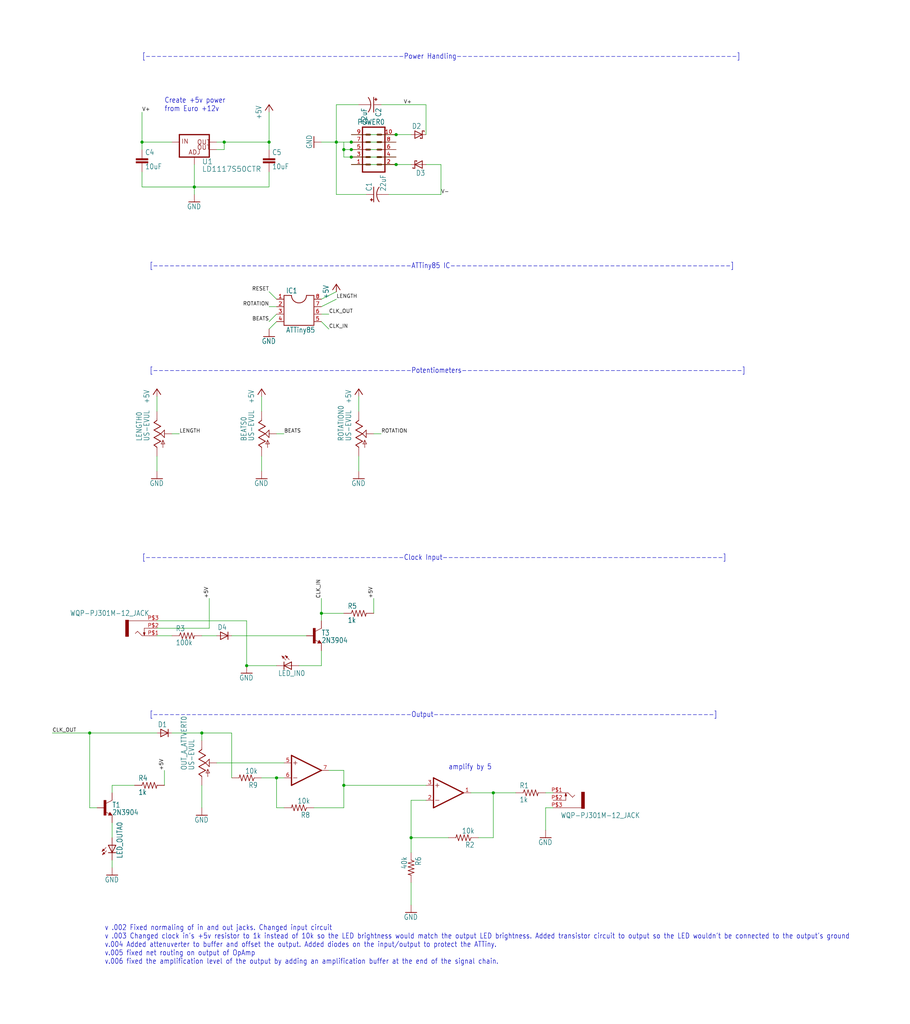
<source format=kicad_sch>
(kicad_sch (version 20230121) (generator eeschema)
  (paper "User" 309.245 347.701)
  (lib_symbols
    (symbol "Simple Euclidean PCB v4-eagle-import:+5V" (power)
      (property "Value" "+5V" (at -2.54 -5.08 90))
      (symbol "+5V_1_0"
        (polyline (pts (xy 0 0) (xy -1.27 -1.905)) (stroke (width 0.254)))
        (polyline (pts (xy 1.27 -1.905) (xy 0 0)) (stroke (width 0.254)))
        (pin power_in line (at 0 -2.54 90) (length 2.54) (name "+5V") (number "1"))
      )
    )
    (symbol "Simple Euclidean PCB v4-eagle-import:2N3904"
      (property "Reference" "T" (at -10.16 7.62 0))
      (symbol "2N3904_1_0"
        (rectangle (start -0.254 -2.54) (end 0.508 2.54) (fill (type outline)))
        (polyline (pts (xy 1.27 -2.54) (xy 1.778 -1.524)) (stroke (width 0.1524)))
        (polyline (pts (xy 1.524 -2.413) (xy 2.286 -2.413)) (stroke (width 0.254)))
        (polyline (pts (xy 1.524 -2.286) (xy 1.905 -2.286)) (stroke (width 0.254)))
        (polyline (pts (xy 1.54 -2.04) (xy 0.308 -1.424)) (stroke (width 0.1524)))
        (polyline (pts (xy 1.778 -1.778) (xy 1.524 -2.286)) (stroke (width 0.254)))
        (polyline (pts (xy 1.778 -1.524) (xy 2.54 -2.54)) (stroke (width 0.1524)))
        (polyline (pts (xy 1.905 -2.286) (xy 1.778 -2.032)) (stroke (width 0.254)))
        (polyline (pts (xy 2.286 -2.413) (xy 1.778 -1.778)) (stroke (width 0.254)))
        (polyline (pts (xy 2.54 -2.54) (xy 1.27 -2.54)) (stroke (width 0.1524)))
        (polyline (pts (xy 2.54 2.54) (xy 0.508 1.524)) (stroke (width 0.1524)))
        (pin passive line (at 2.54 5.08 270) (length 2.54) (name "C") (number "1"))
        (pin passive line (at -2.54 0 0) (length 2.54) (name "B") (number "2"))
        (pin passive line (at 2.54 -5.08 90) (length 2.54) (name "E") (number "3"))
      )
    )
    (symbol "Simple Euclidean PCB v4-eagle-import:C5/2.5"
      (property "Reference" "C" (at 1.524 0.381 0))
      (symbol "C5/2.5_1_0"
        (rectangle (start -2.032 -2.032) (end 2.032 -1.524) (fill (type outline)))
        (rectangle (start -2.032 -1.016) (end 2.032 -0.508) (fill (type outline)))
        (polyline (pts (xy 0 -2.54) (xy 0 -2.032)) (stroke (width 0.1524)))
        (polyline (pts (xy 0 0) (xy 0 -0.508)) (stroke (width 0.1524)))
        (pin passive line (at 0 2.54 270) (length 2.54) (name "1") (number "1"))
        (pin passive line (at 0 -5.08 90) (length 2.54) (name "2") (number "2"))
      )
    )
    (symbol "Simple Euclidean PCB v4-eagle-import:CPOL-USE2.5-5"
      (property "Reference" "C" (at 1.016 0.635 0))
      (symbol "CPOL-USE2.5-5_1_0"
        (rectangle (start -2.253 0.668) (end -1.364 0.795) (fill (type outline)))
        (rectangle (start -1.872 0.287) (end -1.745 1.176) (fill (type outline)))
        (arc (start 0 -1.0161) (mid -1.3021 -1.2303) (end -2.4669 -1.8504) (stroke (width 0.254)))
        (polyline (pts (xy -2.54 0) (xy 2.54 0)) (stroke (width 0.254)))
        (polyline (pts (xy 0 -1.016) (xy 0 -2.54)) (stroke (width 0.1524)))
        (arc (start 2.4892 -1.8541) (mid 1.3158 -1.2194) (end 0 -1) (stroke (width 0.254)))
        (pin passive line (at 0 2.54 270) (length 2.54) (name "+") (number "+"))
        (pin passive line (at 0 -5.08 90) (length 2.54) (name "-") (number "-"))
      )
    )
    (symbol "Simple Euclidean PCB v4-eagle-import:DIL8"
      (property "Reference" "IC" (at -4.445 4.445 0))
      (symbol "DIL8_1_0"
        (arc (start -2.54 3.81) (mid 0 1.281) (end 2.54 3.81) (stroke (width 0.254)))
        (polyline (pts (xy -5.08 -6.35) (xy 5.08 -6.35)) (stroke (width 0.254)))
        (polyline (pts (xy -5.08 3.81) (xy -5.08 -6.35)) (stroke (width 0.254)))
        (polyline (pts (xy -5.08 3.81) (xy -2.54 3.81)) (stroke (width 0.254)))
        (polyline (pts (xy 5.08 -6.35) (xy 5.08 3.81)) (stroke (width 0.254)))
        (polyline (pts (xy 5.08 3.81) (xy 2.54 3.81)) (stroke (width 0.254)))
        (pin passive line (at -7.62 2.54 0) (length 2.54) (name "1") (number "1"))
        (pin passive line (at -7.62 0 0) (length 2.54) (name "2") (number "2"))
        (pin passive line (at -7.62 -2.54 0) (length 2.54) (name "3") (number "3"))
        (pin passive line (at -7.62 -5.08 0) (length 2.54) (name "4") (number "4"))
        (pin passive line (at 7.62 -5.08 180) (length 2.54) (name "5") (number "5"))
        (pin passive line (at 7.62 -2.54 180) (length 2.54) (name "6") (number "6"))
        (pin passive line (at 7.62 0 180) (length 2.54) (name "7") (number "7"))
        (pin passive line (at 7.62 2.54 180) (length 2.54) (name "8") (number "8"))
      )
    )
    (symbol "Simple Euclidean PCB v4-eagle-import:GND" (power)
      (property "Value" "GND" (at -2.54 -2.54 0))
      (symbol "GND_1_0"
        (polyline (pts (xy -1.905 0) (xy 1.905 0)) (stroke (width 0.254)))
        (pin power_in line (at 0 2.54 270) (length 2.54) (name "GND") (number "1"))
      )
    )
    (symbol "Simple Euclidean PCB v4-eagle-import:LED3MM"
      (property "Reference" "LED" (at 3.556 -4.572 90))
      (symbol "LED3MM_1_0"
        (polyline (pts (xy -2.032 -0.762) (xy -3.429 -2.159)) (stroke (width 0.1524)))
        (polyline (pts (xy -1.905 -1.905) (xy -3.302 -3.302)) (stroke (width 0.1524)))
        (polyline (pts (xy 0 -2.54) (xy -1.27 -2.54)) (stroke (width 0.254)))
        (polyline (pts (xy 0 -2.54) (xy -1.27 0)) (stroke (width 0.254)))
        (polyline (pts (xy 0 0) (xy -1.27 0)) (stroke (width 0.254)))
        (polyline (pts (xy 0 0) (xy 0 -2.54)) (stroke (width 0.1524)))
        (polyline (pts (xy 1.27 -2.54) (xy 0 -2.54)) (stroke (width 0.254)))
        (polyline (pts (xy 1.27 0) (xy 0 -2.54)) (stroke (width 0.254)))
        (polyline (pts (xy 1.27 0) (xy 0 0)) (stroke (width 0.254)))
        (polyline (pts (xy -3.429 -2.159) (xy -3.048 -1.27) (xy -2.54 -1.778)) (stroke (width 0.1524)) (fill (type outline)))
        (polyline (pts (xy -3.302 -3.302) (xy -2.921 -2.413) (xy -2.413 -2.921)) (stroke (width 0.1524)) (fill (type outline)))
        (pin passive line (at 0 2.54 270) (length 2.54) (name "A") (number "A"))
        (pin passive line (at 0 -5.08 90) (length 2.54) (name "C") (number "K"))
      )
    )
    (symbol "Simple Euclidean PCB v4-eagle-import:MA05-2"
      (property "Reference" "SV" (at -3.81 8.382 0))
      (symbol "MA05-2_1_0"
        (polyline (pts (xy -3.81 7.62) (xy -3.81 -7.62)) (stroke (width 0.4064)))
        (polyline (pts (xy -3.81 7.62) (xy 3.81 7.62)) (stroke (width 0.4064)))
        (polyline (pts (xy -2.54 -5.08) (xy -1.27 -5.08)) (stroke (width 0.6096)))
        (polyline (pts (xy -2.54 -2.54) (xy -1.27 -2.54)) (stroke (width 0.6096)))
        (polyline (pts (xy -2.54 0) (xy -1.27 0)) (stroke (width 0.6096)))
        (polyline (pts (xy -2.54 2.54) (xy -1.27 2.54)) (stroke (width 0.6096)))
        (polyline (pts (xy -2.54 5.08) (xy -1.27 5.08)) (stroke (width 0.6096)))
        (polyline (pts (xy 1.27 -5.08) (xy 2.54 -5.08)) (stroke (width 0.6096)))
        (polyline (pts (xy 1.27 -2.54) (xy 2.54 -2.54)) (stroke (width 0.6096)))
        (polyline (pts (xy 1.27 0) (xy 2.54 0)) (stroke (width 0.6096)))
        (polyline (pts (xy 1.27 2.54) (xy 2.54 2.54)) (stroke (width 0.6096)))
        (polyline (pts (xy 1.27 5.08) (xy 2.54 5.08)) (stroke (width 0.6096)))
        (polyline (pts (xy 3.81 -7.62) (xy -3.81 -7.62)) (stroke (width 0.4064)))
        (polyline (pts (xy 3.81 -7.62) (xy 3.81 7.62)) (stroke (width 0.4064)))
        (pin passive line (at 7.62 -5.08 180) (length 5.08) (name "1") (number "1"))
        (pin passive line (at -7.62 5.08 0) (length 5.08) (name "10") (number "10"))
        (pin passive line (at -7.62 -5.08 0) (length 5.08) (name "2") (number "2"))
        (pin passive line (at 7.62 -2.54 180) (length 5.08) (name "3") (number "3"))
        (pin passive line (at -7.62 -2.54 0) (length 5.08) (name "4") (number "4"))
        (pin passive line (at 7.62 0 180) (length 5.08) (name "5") (number "5"))
        (pin passive line (at -7.62 0 0) (length 5.08) (name "6") (number "6"))
        (pin passive line (at 7.62 2.54 180) (length 5.08) (name "7") (number "7"))
        (pin passive line (at -7.62 2.54 0) (length 5.08) (name "8") (number "8"))
        (pin passive line (at 7.62 5.08 180) (length 5.08) (name "9") (number "9"))
      )
    )
    (symbol "Simple Euclidean PCB v4-eagle-import:R-US_0204/7"
      (property "Reference" "R" (at -3.81 1.4986 0))
      (symbol "R-US_0204/7_1_0"
        (polyline (pts (xy -2.54 0) (xy -2.159 1.016)) (stroke (width 0.2032)))
        (polyline (pts (xy -2.159 1.016) (xy -1.524 -1.016)) (stroke (width 0.2032)))
        (polyline (pts (xy -1.524 -1.016) (xy -0.889 1.016)) (stroke (width 0.2032)))
        (polyline (pts (xy -0.889 1.016) (xy -0.254 -1.016)) (stroke (width 0.2032)))
        (polyline (pts (xy -0.254 -1.016) (xy 0.381 1.016)) (stroke (width 0.2032)))
        (polyline (pts (xy 0.381 1.016) (xy 1.016 -1.016)) (stroke (width 0.2032)))
        (polyline (pts (xy 1.016 -1.016) (xy 1.651 1.016)) (stroke (width 0.2032)))
        (polyline (pts (xy 1.651 1.016) (xy 2.286 -1.016)) (stroke (width 0.2032)))
        (polyline (pts (xy 2.286 -1.016) (xy 2.54 0)) (stroke (width 0.2032)))
        (pin passive line (at -5.08 0 0) (length 2.54) (name "1") (number "1"))
        (pin passive line (at 5.08 0 180) (length 2.54) (name "2") (number "2"))
      )
    )
    (symbol "Simple Euclidean PCB v4-eagle-import:SCHOTTKY-DIODEDO41"
      (property "Reference" "D" (at -2.286 1.905 0))
      (symbol "SCHOTTKY-DIODEDO41_1_0"
        (polyline (pts (xy -1.27 -1.27) (xy 1.27 0)) (stroke (width 0.254)))
        (polyline (pts (xy -1.27 1.27) (xy -1.27 -1.27)) (stroke (width 0.254)))
        (polyline (pts (xy 0.635 -1.016) (xy 0.635 -1.27)) (stroke (width 0.254)))
        (polyline (pts (xy 1.27 -1.27) (xy 0.635 -1.27)) (stroke (width 0.254)))
        (polyline (pts (xy 1.27 0) (xy -1.27 1.27)) (stroke (width 0.254)))
        (polyline (pts (xy 1.27 0) (xy 1.27 -1.27)) (stroke (width 0.254)))
        (polyline (pts (xy 1.27 1.27) (xy 1.27 0)) (stroke (width 0.254)))
        (polyline (pts (xy 1.905 1.27) (xy 1.27 1.27)) (stroke (width 0.254)))
        (polyline (pts (xy 1.905 1.27) (xy 1.905 1.016)) (stroke (width 0.254)))
        (pin passive line (at -2.54 0 0) (length 2.54) (name "A") (number "A"))
        (pin passive line (at 2.54 0 180) (length 2.54) (name "C") (number "C"))
      )
    )
    (symbol "Simple Euclidean PCB v4-eagle-import:SMALL_DIODEDO35-7"
      (property "Reference" "D" (at 2.54 0.4826 0))
      (symbol "SMALL_DIODEDO35-7_1_0"
        (polyline (pts (xy -1.27 -1.27) (xy 1.27 0)) (stroke (width 0.254)))
        (polyline (pts (xy -1.27 1.27) (xy -1.27 -1.27)) (stroke (width 0.254)))
        (polyline (pts (xy 1.27 0) (xy -1.27 1.27)) (stroke (width 0.254)))
        (polyline (pts (xy 1.27 0) (xy 1.27 -1.27)) (stroke (width 0.254)))
        (polyline (pts (xy 1.27 1.27) (xy 1.27 0)) (stroke (width 0.254)))
        (pin passive line (at -2.54 0 0) (length 2.54) (name "A") (number "A"))
        (pin passive line (at 2.54 0 180) (length 2.54) (name "C") (number "C"))
      )
    )
    (symbol "Simple Euclidean PCB v4-eagle-import:TL072"
      (symbol "TL072_1_0"
        (polyline (pts (xy -5.08 -5.08) (xy 5.08 0)) (stroke (width 0.4064)))
        (polyline (pts (xy -5.08 5.08) (xy -5.08 -5.08)) (stroke (width 0.4064)))
        (polyline (pts (xy -4.445 -2.54) (xy -3.175 -2.54)) (stroke (width 0.1524)))
        (polyline (pts (xy -4.445 2.54) (xy -3.175 2.54)) (stroke (width 0.1524)))
        (polyline (pts (xy -3.81 3.175) (xy -3.81 1.905)) (stroke (width 0.1524)))
        (polyline (pts (xy 5.08 0) (xy -5.08 5.08)) (stroke (width 0.4064)))
        (pin output line (at 7.62 0 180) (length 2.54) (name "OUT") (number "1"))
        (pin input line (at -7.62 -2.54 0) (length 2.54) (name "-IN") (number "2"))
        (pin input line (at -7.62 2.54 0) (length 2.54) (name "+IN") (number "3"))
      )
      (symbol "TL072_2_0"
        (polyline (pts (xy -5.08 -5.08) (xy 5.08 0)) (stroke (width 0.4064)))
        (polyline (pts (xy -5.08 5.08) (xy -5.08 -5.08)) (stroke (width 0.4064)))
        (polyline (pts (xy -4.445 -2.54) (xy -3.175 -2.54)) (stroke (width 0.1524)))
        (polyline (pts (xy -4.445 2.54) (xy -3.175 2.54)) (stroke (width 0.1524)))
        (polyline (pts (xy -3.81 3.175) (xy -3.81 1.905)) (stroke (width 0.1524)))
        (polyline (pts (xy 5.08 0) (xy -5.08 5.08)) (stroke (width 0.4064)))
        (pin input line (at -7.62 2.54 0) (length 2.54) (name "+IN") (number "5"))
        (pin input line (at -7.62 -2.54 0) (length 2.54) (name "-IN") (number "6"))
        (pin output line (at 7.62 0 180) (length 2.54) (name "OUT") (number "7"))
      )
      (symbol "TL072_3_0"
        (text "V+" (at 1.27 3.175 900) (effects (font (size 0.8128 0.6908)) (justify left bottom)))
        (text "V-" (at 1.27 -4.445 900) (effects (font (size 0.8128 0.6908)) (justify left bottom)))
        (pin power_in line (at 0 -7.62 90) (length 5.08) (name "V-") (number "4"))
        (pin power_in line (at 0 7.62 270) (length 5.08) (name "V+") (number "8"))
      )
    )
    (symbol "Simple Euclidean PCB v4-eagle-import:US-EVUL"
      (property "Reference" "R" (at -5.08 -2.54 90))
      (symbol "US-EVUL_1_0"
        (polyline (pts (xy -1.016 -3.81) (xy 1.27 -2.54)) (stroke (width 0.254)))
        (polyline (pts (xy -1.016 -1.27) (xy 1.27 0)) (stroke (width 0.254)))
        (polyline (pts (xy -1.016 1.27) (xy 1.27 2.54)) (stroke (width 0.254)))
        (polyline (pts (xy -1.016 3.81) (xy 0 4.572)) (stroke (width 0.254)))
        (polyline (pts (xy 0 -5.08) (xy 0 -4.572)) (stroke (width 0.1524)))
        (polyline (pts (xy 0 -4.572) (xy -1.016 -3.81)) (stroke (width 0.254)))
        (polyline (pts (xy 0 4.572) (xy 0 5.08)) (stroke (width 0.1524)))
        (polyline (pts (xy 1.27 -2.54) (xy -1.016 -1.27)) (stroke (width 0.254)))
        (polyline (pts (xy 1.27 0) (xy -1.016 1.27)) (stroke (width 0.254)))
        (polyline (pts (xy 1.27 0) (xy 2.54 1.27)) (stroke (width 0.2032)))
        (polyline (pts (xy 1.27 2.54) (xy -1.016 3.81)) (stroke (width 0.254)))
        (polyline (pts (xy 1.397 -3.429) (xy 2.032 -2.159)) (stroke (width 0.1524)))
        (polyline (pts (xy 2.032 -4.699) (xy 2.032 -2.159)) (stroke (width 0.1524)))
        (polyline (pts (xy 2.032 -2.159) (xy 2.667 -3.429)) (stroke (width 0.1524)))
        (polyline (pts (xy 2.54 -1.27) (xy 1.27 0)) (stroke (width 0.2032)))
        (polyline (pts (xy 2.54 1.27) (xy 2.54 -1.27)) (stroke (width 0.2032)))
        (polyline (pts (xy 2.667 -3.429) (xy 1.397 -3.429)) (stroke (width 0.1524)))
        (pin passive line (at 0 -7.62 90) (length 2.54) (name "A") (number "1"))
        (pin passive line (at 5.08 0 180) (length 2.54) (name "S") (number "2"))
        (pin passive line (at 0 7.62 270) (length 2.54) (name "E") (number "3"))
      )
    )
    (symbol "Simple Euclidean PCB v4-eagle-import:V_REG_LM1117SOT223"
      (property "Reference" "U" (at 2.54 -7.62 0))
      (symbol "V_REG_LM1117SOT223_1_0"
        (polyline (pts (xy -5.08 -5.08) (xy 5.08 -5.08)) (stroke (width 0.4064)))
        (polyline (pts (xy -5.08 2.54) (xy -5.08 -5.08)) (stroke (width 0.4064)))
        (polyline (pts (xy 5.08 -5.08) (xy 5.08 2.54)) (stroke (width 0.4064)))
        (polyline (pts (xy 5.08 2.54) (xy -5.08 2.54)) (stroke (width 0.4064)))
        (text "ADJ" (at -2.032 -4.318 0) (effects (font (size 1.524 1.524)) (justify left bottom)))
        (text "IN" (at -4.445 -0.635 0) (effects (font (size 1.524 1.524)) (justify left bottom)))
        (text "OUT" (at 0.889 -2.667 0) (effects (font (size 1.524 1.524)) (justify left bottom)))
        (text "OUT" (at 0.889 -0.889 0) (effects (font (size 1.524 1.524)) (justify left bottom)))
        (pin input line (at 0 -7.62 90) (length 2.54) (name "ADJ") (number "1"))
        (pin output line (at 7.62 0 180) (length 2.54) (name "OUT") (number "2"))
        (pin input line (at -7.62 0 0) (length 2.54) (name "IN") (number "3"))
        (pin output line (at 7.62 -2.54 180) (length 2.54) (name "OUT@1") (number "4"))
      )
    )
    (symbol "Simple Euclidean PCB v4-eagle-import:WQP-PJ301M-12_JACK"
      (symbol "WQP-PJ301M-12_JACK_1_0"
        (polyline (pts (xy -2.54 -2.54) (xy 4.572 -2.54)) (stroke (width 0.1524)))
        (polyline (pts (xy -2.54 0) (xy -0.762 0)) (stroke (width 0.1524)))
        (polyline (pts (xy -2.54 2.54) (xy 0 2.54)) (stroke (width 0.1524)))
        (polyline (pts (xy -1.016 1.524) (xy -0.508 1.524)) (stroke (width 0.254)))
        (polyline (pts (xy -0.762 0) (xy -0.762 2.286)) (stroke (width 0.1524)))
        (polyline (pts (xy -0.762 2.286) (xy -1.016 1.524)) (stroke (width 0.254)))
        (polyline (pts (xy -0.508 1.524) (xy -0.762 2.286)) (stroke (width 0.254)))
        (polyline (pts (xy 0 2.54) (xy 1.524 1.016)) (stroke (width 0.1524)))
        (polyline (pts (xy 1.524 1.016) (xy 2.286 1.778)) (stroke (width 0.1524)))
        (rectangle (start 4.572 2.794) (end 5.588 -2.794) (fill (type outline)))
        (pin passive line (at -5.08 2.54 0) (length 2.54) (name "2") (number "P$1"))
        (pin passive line (at -5.08 0 0) (length 2.54) (name "3") (number "P$2"))
        (pin passive line (at -5.08 -2.54 0) (length 2.54) (name "1") (number "P$3"))
      )
    )
    (symbol "Simple Euclidean PCB v4-eagle-import:rcl_R-US_0204/7"
      (property "Reference" "R" (at -3.81 1.4986 0))
      (symbol "rcl_R-US_0204/7_1_0"
        (polyline (pts (xy -2.54 0) (xy -2.159 1.016)) (stroke (width 0.2032)))
        (polyline (pts (xy -2.159 1.016) (xy -1.524 -1.016)) (stroke (width 0.2032)))
        (polyline (pts (xy -1.524 -1.016) (xy -0.889 1.016)) (stroke (width 0.2032)))
        (polyline (pts (xy -0.889 1.016) (xy -0.254 -1.016)) (stroke (width 0.2032)))
        (polyline (pts (xy -0.254 -1.016) (xy 0.381 1.016)) (stroke (width 0.2032)))
        (polyline (pts (xy 0.381 1.016) (xy 1.016 -1.016)) (stroke (width 0.2032)))
        (polyline (pts (xy 1.016 -1.016) (xy 1.651 1.016)) (stroke (width 0.2032)))
        (polyline (pts (xy 1.651 1.016) (xy 2.286 -1.016)) (stroke (width 0.2032)))
        (polyline (pts (xy 2.286 -1.016) (xy 2.54 0)) (stroke (width 0.2032)))
        (pin passive line (at -5.08 0 0) (length 2.54) (name "1") (number "1"))
        (pin passive line (at 5.08 0 180) (length 2.54) (name "2") (number "2"))
      )
    )
  )
  (junction (at 116.84 266.7))
  (junction (at 68.58 248.92))
  (junction (at 139.7 284.48))
  (junction (at 30.48 248.92))
  (junction (at 91.44 48.26))
  (junction (at 119.38 50.8))
  (junction (at 119.38 48.26))
  (junction (at 119.38 53.34))
  (junction (at 134.62 55.88))
  (junction (at 83.82 226.06))
  (junction (at 93.98 264.16))
  (junction (at 167.64 269.24))
  (junction (at 66.04 63.5))
  (junction (at 48.26 48.26))
  (junction (at 134.62 45.72))
  (junction (at 76.2 48.26))
  (junction (at 109.22 208.28))
  (junction (at 114.3 48.26))
  (junction (at 116.84 50.8))
  (wire (pts (xy 116.84 274.32) (xy 116.84 266.7)) (stroke (width 0.1524)))
  (wire (pts (xy 38.1 269.24) (xy 38.1 266.7)) (stroke (width 0.1524)))
  (wire (pts (xy 73.66 48.26) (xy 76.2 48.26)) (stroke (width 0.1524)))
  (wire (pts (xy 144.78 35.56) (xy 129.54 35.56)) (stroke (width 0.1524)))
  (wire (pts (xy 116.84 50.8) (xy 116.84 48.26)) (stroke (width 0.1524)))
  (wire (pts (xy 38.1 279.4) (xy 38.1 284.48)) (stroke (width 0.1524)))
  (wire (pts (xy 111.76 261.62) (xy 116.84 261.62)) (stroke (width 0.1524)))
  (wire (pts (xy 93.98 106.68) (xy 91.44 109.22)) (stroke (width 0.1524)))
  (wire (pts (xy 124.46 66.04) (xy 114.3 66.04)) (stroke (width 0.1524)))
  (wire (pts (xy 68.58 251.46) (xy 68.58 248.92)) (stroke (width 0.1524)))
  (wire (pts (xy 121.92 35.56) (xy 114.3 35.56)) (stroke (width 0.1524)))
  (wire (pts (xy 53.34 210.82) (xy 83.82 210.82)) (stroke (width 0.1524)))
  (wire (pts (xy 119.38 50.8) (xy 116.84 50.8)) (stroke (width 0.1524)))
  (wire (pts (xy 78.74 215.9) (xy 104.14 215.9)) (stroke (width 0.1524)))
  (wire (pts (xy 55.88 266.7) (xy 55.88 261.62)) (stroke (width 0.1524)))
  (wire (pts (xy 91.44 48.26) (xy 91.44 50.8)) (stroke (width 0.1524)))
  (wire (pts (xy 93.98 101.6) (xy 91.44 99.06)) (stroke (width 0.1524)))
  (wire (pts (xy 116.84 208.28) (xy 109.22 208.28)) (stroke (width 0.1524)))
  (wire (pts (xy 116.84 48.26) (xy 114.3 48.26)) (stroke (width 0.1524)))
  (wire (pts (xy 48.26 38.1) (xy 48.26 48.26)) (stroke (width 0.1524)))
  (wire (pts (xy 30.48 274.32) (xy 33.02 274.32)) (stroke (width 0.1524)))
  (wire (pts (xy 139.7 299.72) (xy 139.7 307.34)) (stroke (width 0.1524)))
  (wire (pts (xy 185.42 269.24) (xy 187.96 269.24)) (stroke (width 0.1524)))
  (wire (pts (xy 121.92 154.94) (xy 121.92 160.02)) (stroke (width 0.1524)))
  (wire (pts (xy 109.22 208.28) (xy 109.22 203.2)) (stroke (width 0.1524)))
  (wire (pts (xy 68.58 215.9) (xy 73.66 215.9)) (stroke (width 0.1524)))
  (wire (pts (xy 144.78 55.88) (xy 149.86 55.88)) (stroke (width 0.1524)))
  (wire (pts (xy 93.98 264.16) (xy 96.52 264.16)) (stroke (width 0.1524)))
  (wire (pts (xy 76.2 48.26) (xy 91.44 48.26)) (stroke (width 0.1524)))
  (wire (pts (xy 88.9 154.94) (xy 88.9 160.02)) (stroke (width 0.1524)))
  (wire (pts (xy 185.42 274.32) (xy 185.42 281.94)) (stroke (width 0.1524)))
  (wire (pts (xy 30.48 248.92) (xy 30.48 274.32)) (stroke (width 0.1524)))
  (wire (pts (xy 76.2 50.8) (xy 73.66 50.8)) (stroke (width 0.1524)))
  (wire (pts (xy 144.78 266.7) (xy 116.84 266.7)) (stroke (width 0.1524)))
  (wire (pts (xy 109.22 210.82) (xy 109.22 208.28)) (stroke (width 0.1524)))
  (wire (pts (xy 152.4 284.48) (xy 139.7 284.48)) (stroke (width 0.1524)))
  (wire (pts (xy 66.04 63.5) (xy 91.44 63.5)) (stroke (width 0.1524)))
  (wire (pts (xy 53.34 248.92) (xy 30.48 248.92)) (stroke (width 0.1524)))
  (wire (pts (xy 109.22 226.06) (xy 101.6 226.06)) (stroke (width 0.1524)))
  (wire (pts (xy 38.1 292.1) (xy 38.1 294.64)) (stroke (width 0.1524)))
  (wire (pts (xy 71.12 213.36) (xy 53.34 213.36)) (stroke (width 0.1524)))
  (wire (pts (xy 121.92 139.7) (xy 121.92 134.62)) (stroke (width 0.1524)))
  (wire (pts (xy 116.84 53.34) (xy 119.38 53.34)) (stroke (width 0.1524)))
  (wire (pts (xy 114.3 66.04) (xy 114.3 48.26)) (stroke (width 0.1524)))
  (wire (pts (xy 134.62 45.72) (xy 139.7 45.72)) (stroke (width 0.1524)))
  (wire (pts (xy 132.08 66.04) (xy 149.86 66.04)) (stroke (width 0.1524)))
  (wire (pts (xy 144.78 45.72) (xy 144.78 35.56)) (stroke (width 0.1524)))
  (wire (pts (xy 48.26 50.8) (xy 48.26 48.26)) (stroke (width 0.1524)))
  (wire (pts (xy 134.62 50.8) (xy 119.38 50.8)) (stroke (width 0.1524)))
  (wire (pts (xy 68.58 248.92) (xy 58.42 248.92)) (stroke (width 0.1524)))
  (wire (pts (xy 139.7 55.88) (xy 134.62 55.88)) (stroke (width 0.1524)))
  (wire (pts (xy 106.68 274.32) (xy 116.84 274.32)) (stroke (width 0.1524)))
  (wire (pts (xy 116.84 50.8) (xy 116.84 53.34)) (stroke (width 0.1524)))
  (wire (pts (xy 93.98 147.32) (xy 96.52 147.32)) (stroke (width 0.1524)))
  (wire (pts (xy 68.58 266.7) (xy 68.58 274.32)) (stroke (width 0.1524)))
  (wire (pts (xy 149.86 55.88) (xy 149.86 66.04)) (stroke (width 0.1524)))
  (wire (pts (xy 109.22 104.14) (xy 114.3 101.6)) (stroke (width 0.1524)))
  (wire (pts (xy 139.7 284.48) (xy 139.7 271.78)) (stroke (width 0.1524)))
  (wire (pts (xy 68.58 248.92) (xy 78.74 248.92)) (stroke (width 0.1524)))
  (wire (pts (xy 66.04 63.5) (xy 66.04 66.04)) (stroke (width 0.1524)))
  (wire (pts (xy 109.22 220.98) (xy 109.22 226.06)) (stroke (width 0.1524)))
  (wire (pts (xy 109.22 106.68) (xy 111.76 106.68)) (stroke (width 0.1524)))
  (wire (pts (xy 91.44 63.5) (xy 91.44 58.42)) (stroke (width 0.1524)))
  (wire (pts (xy 134.62 48.26) (xy 119.38 48.26)) (stroke (width 0.1524)))
  (wire (pts (xy 48.26 63.5) (xy 66.04 63.5)) (stroke (width 0.1524)))
  (wire (pts (xy 88.9 139.7) (xy 88.9 134.62)) (stroke (width 0.1524)))
  (wire (pts (xy 66.04 55.88) (xy 66.04 63.5)) (stroke (width 0.1524)))
  (wire (pts (xy 93.98 226.06) (xy 83.82 226.06)) (stroke (width 0.1524)))
  (wire (pts (xy 187.96 274.32) (xy 185.42 274.32)) (stroke (width 0.1524)))
  (wire (pts (xy 109.22 101.6) (xy 114.3 99.06)) (stroke (width 0.1524)))
  (wire (pts (xy 93.98 104.14) (xy 91.44 104.14)) (stroke (width 0.1524)))
  (wire (pts (xy 93.98 264.16) (xy 93.98 274.32)) (stroke (width 0.1524)))
  (wire (pts (xy 53.34 154.94) (xy 53.34 160.02)) (stroke (width 0.1524)))
  (wire (pts (xy 53.34 139.7) (xy 53.34 134.62)) (stroke (width 0.1524)))
  (wire (pts (xy 93.98 274.32) (xy 96.52 274.32)) (stroke (width 0.1524)))
  (wire (pts (xy 116.84 266.7) (xy 116.84 261.62)) (stroke (width 0.1524)))
  (wire (pts (xy 139.7 271.78) (xy 144.78 271.78)) (stroke (width 0.1524)))
  (wire (pts (xy 78.74 248.92) (xy 78.74 264.16)) (stroke (width 0.1524)))
  (wire (pts (xy 167.64 269.24) (xy 167.64 284.48)) (stroke (width 0.1524)))
  (wire (pts (xy 160.02 269.24) (xy 167.64 269.24)) (stroke (width 0.1524)))
  (wire (pts (xy 76.2 48.26) (xy 76.2 50.8)) (stroke (width 0.1524)))
  (wire (pts (xy 109.22 109.22) (xy 111.76 111.76)) (stroke (width 0.1524)))
  (wire (pts (xy 91.44 48.26) (xy 91.44 38.1)) (stroke (width 0.1524)))
  (wire (pts (xy 134.62 55.88) (xy 119.38 55.88)) (stroke (width 0.1524)))
  (wire (pts (xy 134.62 53.34) (xy 119.38 53.34)) (stroke (width 0.1524)))
  (wire (pts (xy 53.34 215.9) (xy 58.42 215.9)) (stroke (width 0.1524)))
  (wire (pts (xy 30.48 248.92) (xy 17.78 248.92)) (stroke (width 0.1524)))
  (wire (pts (xy 45.72 266.7) (xy 38.1 266.7)) (stroke (width 0.1524)))
  (wire (pts (xy 127 147.32) (xy 129.54 147.32)) (stroke (width 0.1524)))
  (wire (pts (xy 167.64 284.48) (xy 162.56 284.48)) (stroke (width 0.1524)))
  (wire (pts (xy 58.42 147.32) (xy 60.96 147.32)) (stroke (width 0.1524)))
  (wire (pts (xy 114.3 48.26) (xy 109.22 48.26)) (stroke (width 0.1524)))
  (wire (pts (xy 93.98 109.22) (xy 91.44 111.76)) (stroke (width 0.1524)))
  (wire (pts (xy 139.7 289.56) (xy 139.7 284.48)) (stroke (width 0.1524)))
  (wire (pts (xy 167.64 269.24) (xy 175.26 269.24)) (stroke (width 0.1524)))
  (wire (pts (xy 83.82 210.82) (xy 83.82 226.06)) (stroke (width 0.1524)))
  (wire (pts (xy 114.3 35.56) (xy 114.3 48.26)) (stroke (width 0.1524)))
  (wire (pts (xy 134.62 45.72) (xy 119.38 45.72)) (stroke (width 0.1524)))
  (wire (pts (xy 48.26 58.42) (xy 48.26 63.5)) (stroke (width 0.1524)))
  (wire (pts (xy 127 208.28) (xy 127 203.2)) (stroke (width 0.1524)))
  (wire (pts (xy 88.9 264.16) (xy 93.98 264.16)) (stroke (width 0.1524)))
  (wire (pts (xy 73.66 259.08) (xy 96.52 259.08)) (stroke (width 0.1524)))
  (wire (pts (xy 119.38 48.26) (xy 116.84 48.26)) (stroke (width 0.1524)))
  (wire (pts (xy 48.26 48.26) (xy 58.42 48.26)) (stroke (width 0.1524)))
  (wire (pts (xy 71.12 203.2) (xy 71.12 213.36)) (stroke (width 0.1524)))
  (text "amplify by 5" (at 152.4 261.62 0) (effects (font (size 1.778 1.5113)) (justify left bottom)))
  (text "v .002 Fixed normaling of in and out jacks. Changed input circuit\nv .003 Changed clock in's +5v resistor to 1k instead of 10k so the LED brightness would match the output LED brightness. Added transistor circuit to output so the LED wouldn't be connected to the output's ground\nv.004 Added attenuverter to buffer and offset the output. Added diodes on the input/output to protect the ATTiny.\nv.005 fixed net routing on output of OpAmp\nv.006 fixed the amplification level of the output by adding an amplification buffer at the end of the signal chain." (at 35.56 327.66 0) (effects (font (size 1.778 1.5113)) (justify left bottom)))
  (text "[-----------------------------------------------ATTiny85 IC---------------------------------------------------]" (at 50.8 91.44 0) (effects (font (size 1.778 1.5113)) (justify left bottom)))
  (text "Create +5v power\nfrom Euro +12v" (at 55.88 38.1 0) (effects (font (size 1.778 1.5113)) (justify left bottom)))
  (text "[-----------------------------------------------Clock Input---------------------------------------------------]" (at 48.26 190.5 0) (effects (font (size 1.778 1.5113)) (justify left bottom)))
  (text "[-----------------------------------------------Power Handling---------------------------------------------------]" (at 48.26 20.32 0) (effects (font (size 1.778 1.5113)) (justify left bottom)))
  (text "[-----------------------------------------------Output---------------------------------------------------]" (at 50.8 243.84 0) (effects (font (size 1.778 1.5113)) (justify left bottom)))
  (text "[-----------------------------------------------Potentiometers---------------------------------------------------]" (at 50.8 127 0) (effects (font (size 1.778 1.5113)) (justify left bottom)))
  (label "LENGTH" (at 114.3 101.6 0) (effects (font (size 1.2446 1.2446))))
  (label "V+" (at 137.16 35.56 0) (effects (font (size 1.2446 1.2446))))
  (label "LENGTH" (at 60.96 147.32 0) (effects (font (size 1.2446 1.2446))))
  (label "+5V" (at 127 203.2 90) (effects (font (size 1.2446 1.2446))))
  (label "ROTATION" (at 91.44 104.14 180) (effects (font (size 1.2446 1.2446))))
  (label "+5V" (at 71.12 203.2 90) (effects (font (size 1.2446 1.2446))))
  (label "BEATS" (at 91.44 109.22 180) (effects (font (size 1.2446 1.2446))))
  (label "RESET" (at 91.44 99.06 180) (effects (font (size 1.2446 1.2446))))
  (label "+5V" (at 55.88 261.62 90) (effects (font (size 1.2446 1.2446))))
  (label "V-" (at 149.86 66.04 0) (effects (font (size 1.2446 1.2446))))
  (label "BEATS" (at 96.52 147.32 0) (effects (font (size 1.2446 1.2446))))
  (label "CLK_OUT" (at 17.78 248.92 0) (effects (font (size 1.2446 1.2446))))
  (label "CLK_IN" (at 109.22 203.2 90) (effects (font (size 1.2446 1.2446))))
  (label "ROTATION" (at 129.54 147.32 0) (effects (font (size 1.2446 1.2446))))
  (label "CLK_OUT" (at 111.76 106.68 0) (effects (font (size 1.2446 1.2446))))
  (label "CLK_IN" (at 111.76 111.76 0) (effects (font (size 1.2446 1.2446))))
  (label "V+" (at 48.26 38.1 0) (effects (font (size 1.2446 1.2446))))
  (symbol (lib_id "Simple Euclidean PCB v4-eagle-import:GND") (at 185.42 284.48 0) (unit 1)
    (property "Reference" "#GND8" (effects hide))
    (property "Value" "GND" (at 182.88 287.02 0) (effects (font (size 1.778 1.5113)) (justify left bottom)))
  )
  (symbol (lib_id "Simple Euclidean PCB v4-eagle-import:GND") (at 106.68 48.26 270) (unit 1)
    (property "Reference" "#GND16" (effects hide))
    (property "Value" "GND" (at 104.14 45.72 0) (effects (font (size 1.778 1.5113)) (justify left bottom)))
  )
  (symbol (lib_id "Simple Euclidean PCB v4-eagle-import:WQP-PJ301M-12_JACK") (at 193.04 271.78 0) (unit 1)
    (property "Reference" "OUT_A0" (effects hide))
    (property "Value" "WQP-PJ301M-12_JACK" (at 190.5 277.876 0) (effects (font (size 1.778 1.5113)) (justify left bottom)))
    (property "Footprint" "Simple Euclidean PCB v4:WQP-PJ301M-12_JACK" (effects hide))
  )
  (symbol (lib_id "Simple Euclidean PCB v4-eagle-import:rcl_R-US_0204/7") (at 121.92 208.28 0) (unit 1)
    (property "Reference" "R5" (at 118.11 206.7814 0) (effects (font (size 1.778 1.5113)) (justify left bottom)))
    (property "Value" "1k" (at 118.11 211.582 0) (effects (font (size 1.778 1.5113)) (justify left bottom)))
    (property "Footprint" "Simple Euclidean PCB v4:0204_7" (effects hide))
  )
  (symbol (lib_id "Simple Euclidean PCB v4-eagle-import:WQP-PJ301M-12_JACK") (at 48.26 213.36 180) (unit 1)
    (property "Reference" "CLK_IN0" (effects hide))
    (property "Value" "WQP-PJ301M-12_JACK" (at 50.8 207.264 0) (effects (font (size 1.778 1.5113)) (justify left bottom)))
    (property "Footprint" "Simple Euclidean PCB v4:WQP-PJ301M-12_JACK" (effects hide))
  )
  (symbol (lib_id "Simple Euclidean PCB v4-eagle-import:2N3904") (at 106.68 215.9 0) (unit 1)
    (property "Reference" "T3" (at 109.22 215.9 0) (effects (font (size 1.778 1.5113)) (justify left bottom)))
    (property "Value" "2N3904" (at 109.22 218.44 0) (effects (font (size 1.778 1.5113)) (justify left bottom)))
    (property "Footprint" "Simple Euclidean PCB v4:TO92" (effects hide))
  )
  (symbol (lib_id "Simple Euclidean PCB v4-eagle-import:TL072") (at 152.4 269.24 0) (unit 1)
    (property "Reference" "U2" (effects hide))
    (property "Value" "TL072" (effects hide))
    (property "Footprint" "Simple Euclidean PCB v4:DIL08-SML" (effects hide))
  )
  (symbol (lib_id "Simple Euclidean PCB v4-eagle-import:CPOL-USE2.5-5") (at 127 66.04 90) (unit 1)
    (property "Reference" "C1" (at 126.365 65.024 0) (effects (font (size 1.778 1.5113)) (justify left bottom)))
    (property "Value" "22uF" (at 131.191 65.024 0) (effects (font (size 1.778 1.5113)) (justify left bottom)))
    (property "Footprint" "Simple Euclidean PCB v4:E2,5-5" (effects hide))
  )
  (symbol (lib_id "Simple Euclidean PCB v4-eagle-import:SCHOTTKY-DIODEDO41") (at 142.24 45.72 0) (unit 1)
    (property "Reference" "D2" (at 139.954 43.815 0) (effects (font (size 1.778 1.5113)) (justify left bottom)))
    (property "Value" "SCHOTTKY-DIODEDO41" (effects hide))
    (property "Footprint" "Simple Euclidean PCB v4:DO41-10" (effects hide))
  )
  (symbol (lib_id "Simple Euclidean PCB v4-eagle-import:CPOL-USE2.5-5") (at 127 35.56 270) (unit 1)
    (property "Reference" "C2" (at 127.635 36.576 0) (effects (font (size 1.778 1.5113)) (justify left bottom)))
    (property "Value" "22uF" (at 122.809 36.576 0) (effects (font (size 1.778 1.5113)) (justify left bottom)))
    (property "Footprint" "Simple Euclidean PCB v4:E2,5-5" (effects hide))
  )
  (symbol (lib_id "Simple Euclidean PCB v4-eagle-import:TL072") (at 104.14 261.62 0) (unit 2)
    (property "Reference" "U2" (effects hide))
    (property "Value" "TL072" (effects hide))
    (property "Footprint" "Simple Euclidean PCB v4:DIL08-SML" (effects hide))
  )
  (symbol (lib_id "Simple Euclidean PCB v4-eagle-import:rcl_R-US_0204/7") (at 50.8 266.7 0) (unit 1)
    (property "Reference" "R4" (at 46.99 265.2014 0) (effects (font (size 1.778 1.5113)) (justify left bottom)))
    (property "Value" "1k" (at 46.99 270.002 0) (effects (font (size 1.778 1.5113)) (justify left bottom)))
    (property "Footprint" "Simple Euclidean PCB v4:0204_7" (effects hide))
  )
  (symbol (lib_id "Simple Euclidean PCB v4-eagle-import:SMALL_DIODEDO35-7") (at 76.2 215.9 0) (unit 1)
    (property "Reference" "D4" (at 73.914 213.995 0) (effects (font (size 1.778 1.5113)) (justify left bottom)))
    (property "Value" "SMALL_DIODEDO35-7" (effects hide))
    (property "Footprint" "Simple Euclidean PCB v4:DO35-7" (effects hide))
  )
  (symbol (lib_id "Simple Euclidean PCB v4-eagle-import:GND") (at 38.1 297.18 0) (unit 1)
    (property "Reference" "#GND10" (effects hide))
    (property "Value" "GND" (at 35.56 299.72 0) (effects (font (size 1.778 1.5113)) (justify left bottom)))
  )
  (symbol (lib_id "Simple Euclidean PCB v4-eagle-import:DIL8") (at 101.6 104.14 0) (unit 1)
    (property "Reference" "IC1" (at 97.155 99.695 0) (effects (font (size 1.778 1.5113)) (justify left bottom)))
    (property "Value" "ATTiny85" (at 97.155 113.03 0) (effects (font (size 1.778 1.5113)) (justify left bottom)))
    (property "Footprint" "Simple Euclidean PCB v4:DIL08" (effects hide))
  )
  (symbol (lib_id "Simple Euclidean PCB v4-eagle-import:US-EVUL") (at 68.58 259.08 0) (unit 1)
    (property "Reference" "OUT_A_ATTVERT0" (at 63.5 261.62 90) (effects (font (size 1.778 1.5113)) (justify left bottom)))
    (property "Value" "US-EVUL" (at 66.04 261.62 90) (effects (font (size 1.778 1.5113)) (justify left bottom)))
    (property "Footprint" "Simple Euclidean PCB v4:EVUFXL" (effects hide))
  )
  (symbol (lib_id "Simple Euclidean PCB v4-eagle-import:C5/2.5") (at 48.26 53.34 0) (unit 1)
    (property "Reference" "C4" (at 49.276 52.705 0) (effects (font (size 1.778 1.5113)) (justify left bottom)))
    (property "Value" "10uF" (at 49.276 57.531 0) (effects (font (size 1.778 1.5113)) (justify left bottom)))
    (property "Footprint" "Simple Euclidean PCB v4:C5B2.5" (effects hide))
  )
  (symbol (lib_id "Simple Euclidean PCB v4-eagle-import:GND") (at 121.92 162.56 0) (unit 1)
    (property "Reference" "#GND4" (effects hide))
    (property "Value" "GND" (at 119.38 165.1 0) (effects (font (size 1.778 1.5113)) (justify left bottom)))
  )
  (symbol (lib_id "Simple Euclidean PCB v4-eagle-import:+5V") (at 114.3 96.52 0) (unit 1)
    (property "Reference" "#P+1" (effects hide))
    (property "Value" "+5V" (at 111.76 101.6 90) (effects (font (size 1.778 1.5113)) (justify left bottom)))
  )
  (symbol (lib_id "Simple Euclidean PCB v4-eagle-import:SMALL_DIODEDO35-7") (at 55.88 248.92 0) (unit 1)
    (property "Reference" "D1" (at 53.594 247.015 0) (effects (font (size 1.778 1.5113)) (justify left bottom)))
    (property "Value" "SMALL_DIODEDO35-7" (effects hide))
    (property "Footprint" "Simple Euclidean PCB v4:DO35-7" (effects hide))
  )
  (symbol (lib_id "Simple Euclidean PCB v4-eagle-import:V_REG_LM1117SOT223") (at 66.04 48.26 0) (unit 1)
    (property "Reference" "U1" (at 68.58 55.88 0) (effects (font (size 1.778 1.778)) (justify left bottom)))
    (property "Value" "LD1117S50CTR" (at 68.58 58.42 0) (effects (font (size 1.778 1.778)) (justify left bottom)))
    (property "Footprint" "Simple Euclidean PCB v4:SOT223" (effects hide))
  )
  (symbol (lib_id "Simple Euclidean PCB v4-eagle-import:+5V") (at 53.34 132.08 0) (unit 1)
    (property "Reference" "#P+3" (effects hide))
    (property "Value" "+5V" (at 50.8 137.16 90) (effects (font (size 1.778 1.5113)) (justify left bottom)))
  )
  (symbol (lib_id "Simple Euclidean PCB v4-eagle-import:LED3MM") (at 38.1 287.02 0) (unit 1)
    (property "Reference" "LED_OUTA0" (at 41.656 291.592 90) (effects (font (size 1.778 1.5113)) (justify left bottom)))
    (property "Value" "LED3MM" (effects hide))
    (property "Footprint" "Simple Euclidean PCB v4:LED3MM" (effects hide))
  )
  (symbol (lib_id "Simple Euclidean PCB v4-eagle-import:R-US_0204/7") (at 157.48 284.48 180) (unit 1)
    (property "Reference" "R2" (at 161.29 285.9786 0) (effects (font (size 1.778 1.5113)) (justify left bottom)))
    (property "Value" "10k" (at 161.29 281.178 0) (effects (font (size 1.778 1.5113)) (justify left bottom)))
    (property "Footprint" "Simple Euclidean PCB v4:0204_7" (effects hide))
  )
  (symbol (lib_id "Simple Euclidean PCB v4-eagle-import:R-US_0204/7") (at 101.6 274.32 180) (unit 1)
    (property "Reference" "R8" (at 105.41 275.8186 0) (effects (font (size 1.778 1.5113)) (justify left bottom)))
    (property "Value" "10k" (at 105.41 271.018 0) (effects (font (size 1.778 1.5113)) (justify left bottom)))
    (property "Footprint" "Simple Euclidean PCB v4:0204_7" (effects hide))
  )
  (symbol (lib_id "Simple Euclidean PCB v4-eagle-import:rcl_R-US_0204/7") (at 180.34 269.24 0) (unit 1)
    (property "Reference" "R1" (at 176.53 267.7414 0) (effects (font (size 1.778 1.5113)) (justify left bottom)))
    (property "Value" "1k" (at 176.53 272.542 0) (effects (font (size 1.778 1.5113)) (justify left bottom)))
    (property "Footprint" "Simple Euclidean PCB v4:0204_7" (effects hide))
  )
  (symbol (lib_id "Simple Euclidean PCB v4-eagle-import:R-US_0204/7") (at 139.7 294.64 270) (unit 1)
    (property "Reference" "R6" (at 141.1986 290.83 0) (effects (font (size 1.778 1.5113)) (justify left bottom)))
    (property "Value" "40k" (at 136.398 290.83 0) (effects (font (size 1.778 1.5113)) (justify left bottom)))
    (property "Footprint" "Simple Euclidean PCB v4:0204_7" (effects hide))
  )
  (symbol (lib_id "Simple Euclidean PCB v4-eagle-import:MA05-2") (at 127 50.8 0) (mirror y) (unit 1)
    (property "Reference" "POWER0" (at 130.81 42.418 0) (effects (font (size 1.778 1.5113)) (justify left bottom)))
    (property "Value" "MA05-2" (effects hide))
    (property "Footprint" "Simple Euclidean PCB v4:MA05-2" (effects hide))
  )
  (symbol (lib_id "Simple Euclidean PCB v4-eagle-import:GND") (at 68.58 276.86 0) (unit 1)
    (property "Reference" "#GND14" (effects hide))
    (property "Value" "GND" (at 66.04 279.4 0) (effects (font (size 1.778 1.5113)) (justify left bottom)))
  )
  (symbol (lib_id "Simple Euclidean PCB v4-eagle-import:C5/2.5") (at 91.44 53.34 0) (unit 1)
    (property "Reference" "C5" (at 92.456 52.705 0) (effects (font (size 1.778 1.5113)) (justify left bottom)))
    (property "Value" "10uF" (at 92.456 57.531 0) (effects (font (size 1.778 1.5113)) (justify left bottom)))
    (property "Footprint" "Simple Euclidean PCB v4:C5B2.5" (effects hide))
  )
  (symbol (lib_id "Simple Euclidean PCB v4-eagle-import:GND") (at 66.04 68.58 0) (unit 1)
    (property "Reference" "#GND3" (effects hide))
    (property "Value" "GND" (at 63.5 71.12 0) (effects (font (size 1.778 1.5113)) (justify left bottom)))
  )
  (symbol (lib_id "Simple Euclidean PCB v4-eagle-import:GND") (at 53.34 162.56 0) (unit 1)
    (property "Reference" "#GND9" (effects hide))
    (property "Value" "GND" (at 50.8 165.1 0) (effects (font (size 1.778 1.5113)) (justify left bottom)))
  )
  (symbol (lib_id "Simple Euclidean PCB v4-eagle-import:GND") (at 139.7 309.88 0) (unit 1)
    (property "Reference" "#GND6" (effects hide))
    (property "Value" "GND" (at 137.16 312.42 0) (effects (font (size 1.778 1.5113)) (justify left bottom)))
  )
  (symbol (lib_id "Simple Euclidean PCB v4-eagle-import:2N3904") (at 35.56 274.32 0) (unit 1)
    (property "Reference" "T1" (at 38.1 274.32 0) (effects (font (size 1.778 1.5113)) (justify left bottom)))
    (property "Value" "2N3904" (at 38.1 276.86 0) (effects (font (size 1.778 1.5113)) (justify left bottom)))
    (property "Footprint" "Simple Euclidean PCB v4:TO92" (effects hide))
  )
  (symbol (lib_id "Simple Euclidean PCB v4-eagle-import:+5V") (at 88.9 132.08 0) (unit 1)
    (property "Reference" "#P+4" (effects hide))
    (property "Value" "+5V" (at 86.36 137.16 90) (effects (font (size 1.778 1.5113)) (justify left bottom)))
  )
  (symbol (lib_id "Simple Euclidean PCB v4-eagle-import:+5V") (at 91.44 35.56 0) (unit 1)
    (property "Reference" "#P+2" (effects hide))
    (property "Value" "+5V" (at 88.9 40.64 90) (effects (font (size 1.778 1.5113)) (justify left bottom)))
  )
  (symbol (lib_id "Simple Euclidean PCB v4-eagle-import:US-EVUL") (at 88.9 147.32 0) (unit 1)
    (property "Reference" "BEATS0" (at 83.82 149.86 90) (effects (font (size 1.778 1.5113)) (justify left bottom)))
    (property "Value" "US-EVUL" (at 86.36 149.86 90) (effects (font (size 1.778 1.5113)) (justify left bottom)))
    (property "Footprint" "Simple Euclidean PCB v4:EVUFXL" (effects hide))
  )
  (symbol (lib_id "Simple Euclidean PCB v4-eagle-import:GND") (at 83.82 228.6 0) (unit 1)
    (property "Reference" "#GND5" (effects hide))
    (property "Value" "GND" (at 81.28 231.14 0) (effects (font (size 1.778 1.5113)) (justify left bottom)))
  )
  (symbol (lib_id "Simple Euclidean PCB v4-eagle-import:LED3MM") (at 99.06 226.06 270) (unit 1)
    (property "Reference" "LED_IN0" (at 94.488 229.616 90) (effects (font (size 1.778 1.5113)) (justify left bottom)))
    (property "Value" "LED3MM" (effects hide))
    (property "Footprint" "Simple Euclidean PCB v4:LED3MM" (effects hide))
  )
  (symbol (lib_id "Simple Euclidean PCB v4-eagle-import:US-EVUL") (at 121.92 147.32 0) (unit 1)
    (property "Reference" "ROTATION0" (at 116.84 149.86 90) (effects (font (size 1.778 1.5113)) (justify left bottom)))
    (property "Value" "US-EVUL" (at 119.38 149.86 90) (effects (font (size 1.778 1.5113)) (justify left bottom)))
    (property "Footprint" "Simple Euclidean PCB v4:EVUFXL" (effects hide))
  )
  (symbol (lib_id "Simple Euclidean PCB v4-eagle-import:+5V") (at 121.92 132.08 0) (unit 1)
    (property "Reference" "#P+5" (effects hide))
    (property "Value" "+5V" (at 119.38 137.16 90) (effects (font (size 1.778 1.5113)) (justify left bottom)))
  )
  (symbol (lib_id "Simple Euclidean PCB v4-eagle-import:GND") (at 88.9 162.56 0) (unit 1)
    (property "Reference" "#GND2" (effects hide))
    (property "Value" "GND" (at 86.36 165.1 0) (effects (font (size 1.778 1.5113)) (justify left bottom)))
  )
  (symbol (lib_id "Simple Euclidean PCB v4-eagle-import:R-US_0204/7") (at 83.82 264.16 180) (unit 1)
    (property "Reference" "R9" (at 87.63 265.6586 0) (effects (font (size 1.778 1.5113)) (justify left bottom)))
    (property "Value" "10k" (at 87.63 260.858 0) (effects (font (size 1.778 1.5113)) (justify left bottom)))
    (property "Footprint" "Simple Euclidean PCB v4:0204_7" (effects hide))
  )
  (symbol (lib_id "Simple Euclidean PCB v4-eagle-import:US-EVUL") (at 53.34 147.32 0) (unit 1)
    (property "Reference" "LENGTH0" (at 48.26 149.86 90) (effects (font (size 1.778 1.5113)) (justify left bottom)))
    (property "Value" "US-EVUL" (at 50.8 149.86 90) (effects (font (size 1.778 1.5113)) (justify left bottom)))
    (property "Footprint" "Simple Euclidean PCB v4:EVUFXL" (effects hide))
  )
  (symbol (lib_id "Simple Euclidean PCB v4-eagle-import:rcl_R-US_0204/7") (at 63.5 215.9 0) (unit 1)
    (property "Reference" "R3" (at 59.69 214.4014 0) (effects (font (size 1.778 1.5113)) (justify left bottom)))
    (property "Value" "100k" (at 59.69 219.202 0) (effects (font (size 1.778 1.5113)) (justify left bottom)))
    (property "Footprint" "Simple Euclidean PCB v4:0204_7" (effects hide))
  )
  (symbol (lib_id "Simple Euclidean PCB v4-eagle-import:GND") (at 91.44 114.3 0) (unit 1)
    (property "Reference" "#GND1" (effects hide))
    (property "Value" "GND" (at 88.9 116.84 0) (effects (font (size 1.778 1.5113)) (justify left bottom)))
  )
  (symbol (lib_id "Simple Euclidean PCB v4-eagle-import:SCHOTTKY-DIODEDO41") (at 142.24 55.88 180) (unit 1)
    (property "Reference" "D3" (at 144.526 57.785 0) (effects (font (size 1.778 1.5113)) (justify left bottom)))
    (property "Value" "SCHOTTKY-DIODEDO41" (effects hide))
    (property "Footprint" "Simple Euclidean PCB v4:DO41-10" (effects hide))
  )
)
</source>
